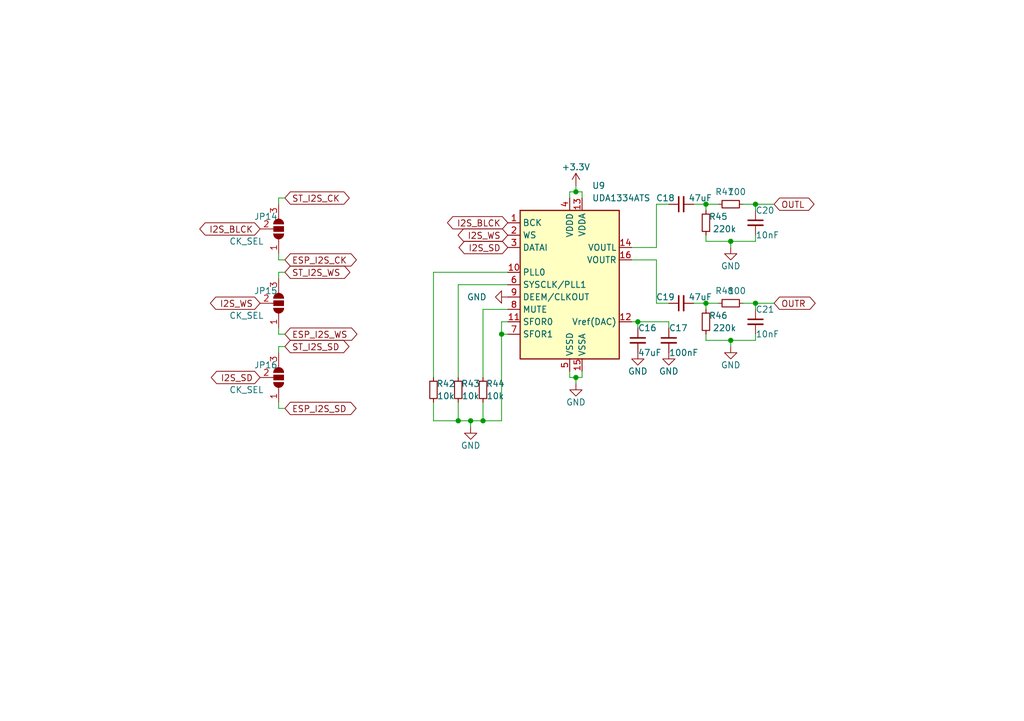
<source format=kicad_sch>
(kicad_sch (version 20211123) (generator eeschema)
  (paper "A5")
  (lib_symbols
    (symbol "Audio:UDA1334ATS"
      (property "Reference" "U" (at -10.16 16.51 0))
      (property "Value" "UDA1334ATS" (at 3.81 16.51 0))
      (symbol "UDA1334ATS_0_1"
        (rectangle (start -10.16 15.24) (end 10.16 -15.24) (stroke (width 0.254)) (fill (type background)))
      )
      (symbol "UDA1334ATS_1_1"
        (pin input line (at -12.7 12.7 0) (length 2.54) (name "BCK") (number "1"))
        (pin input line (at -12.7 2.54 0) (length 2.54) (name "PLL0") (number "10"))
        (pin input line (at -12.7 -7.62 0) (length 2.54) (name "SFOR0") (number "11"))
        (pin passive line (at 12.7 -7.62 180) (length 2.54) (name "Vref(DAC)") (number "12"))
        (pin power_in line (at 2.54 17.78 270) (length 2.54) (name "VDDA") (number "13"))
        (pin output line (at 12.7 7.62 180) (length 2.54) (name "VOUTL") (number "14"))
        (pin power_in line (at 2.54 -17.78 90) (length 2.54) (name "VSSA") (number "15"))
        (pin output line (at 12.7 5.08 180) (length 2.54) (name "VOUTR") (number "16"))
        (pin input line (at -12.7 10.16 0) (length 2.54) (name "WS") (number "2"))
        (pin input line (at -12.7 7.62 0) (length 2.54) (name "DATAI") (number "3"))
        (pin power_in line (at 0 17.78 270) (length 2.54) (name "VDDD") (number "4"))
        (pin power_in line (at 0 -17.78 90) (length 2.54) (name "VSSD") (number "5"))
        (pin input line (at -12.7 0 0) (length 2.54) (name "SYSCLK/PLL1") (number "6"))
        (pin input line (at -12.7 -10.16 0) (length 2.54) (name "SFOR1") (number "7"))
        (pin input line (at -12.7 -5.08 0) (length 2.54) (name "MUTE") (number "8"))
        (pin bidirectional line (at -12.7 -2.54 0) (length 2.54) (name "DEEM/CLKOUT") (number "9"))
      )
    )
    (symbol "Device:C_Small" (pin_numbers hide) (pin_names (offset 0.254) hide)
      (property "Reference" "C" (at 0.254 1.778 0))
      (property "Value" "C_Small" (at 0.254 -2.032 0))
      (symbol "C_Small_0_1"
        (polyline (pts (xy -1.524 -0.508) (xy 1.524 -0.508)) (stroke (width 0.3302)))
        (polyline (pts (xy -1.524 0.508) (xy 1.524 0.508)) (stroke (width 0.3048)))
      )
      (symbol "C_Small_1_1"
        (pin passive line (at 0 2.54 270) (length 2.032) (name "~") (number "1"))
        (pin passive line (at 0 -2.54 90) (length 2.032) (name "~") (number "2"))
      )
    )
    (symbol "Device:R_Small" (pin_numbers hide) (pin_names (offset 0.254) hide)
      (property "Reference" "R" (at 0.762 0.508 0))
      (property "Value" "R_Small" (at 0.762 -1.016 0))
      (symbol "R_Small_0_1"
        (rectangle (start -0.762 1.778) (end 0.762 -1.778) (stroke (width 0.2032)))
      )
      (symbol "R_Small_1_1"
        (pin passive line (at 0 2.54 270) (length 0.762) (name "~") (number "1"))
        (pin passive line (at 0 -2.54 90) (length 0.762) (name "~") (number "2"))
      )
    )
    (symbol "Jumper:SolderJumper_3_Open" (pin_names (offset 0) hide)
      (property "Reference" "JP" (at -2.54 -2.54 0))
      (property "Value" "SolderJumper_3_Open" (at 0 2.794 0))
      (symbol "SolderJumper_3_Open_0_1"
        (arc (start -1.016 1.016) (mid -2.032 0) (end -1.016 -1.016))
        (arc (start -1.016 1.016) (mid -2.032 0) (end -1.016 -1.016) (fill (type outline)))
        (rectangle (start -0.508 1.016) (end 0.508 -1.016) (fill (type outline)))
        (polyline (pts (xy -2.54 0) (xy -2.032 0)))
        (polyline (pts (xy -1.016 1.016) (xy -1.016 -1.016)))
        (polyline (pts (xy 0 -1.27) (xy 0 -1.016)))
        (polyline (pts (xy 1.016 1.016) (xy 1.016 -1.016)))
        (polyline (pts (xy 2.54 0) (xy 2.032 0)))
        (arc (start 1.016 -1.016) (mid 2.032 0) (end 1.016 1.016))
        (arc (start 1.016 -1.016) (mid 2.032 0) (end 1.016 1.016) (fill (type outline)))
      )
      (symbol "SolderJumper_3_Open_1_1"
        (pin passive line (at -5.08 0 0) (length 2.54) (name "A") (number "1"))
        (pin passive line (at 0 -3.81 90) (length 2.54) (name "C") (number "2"))
        (pin passive line (at 5.08 0 180) (length 2.54) (name "B") (number "3"))
      )
    )
    (symbol "power:+3.3V" (power) (pin_names (offset 0))
      (property "Value" "+3.3V" (at 0 3.556 0))
      (symbol "+3.3V_0_1"
        (polyline (pts (xy -0.762 1.27) (xy 0 2.54)))
        (polyline (pts (xy 0 0) (xy 0 2.54)))
        (polyline (pts (xy 0 2.54) (xy 0.762 1.27)))
      )
      (symbol "+3.3V_1_1"
        (pin power_in line (at 0 0 90) (length 0) hide (name "+3.3V") (number "1"))
      )
    )
    (symbol "power:GND" (power) (pin_names (offset 0))
      (property "Value" "GND" (at 0 -3.81 0))
      (symbol "GND_0_1"
        (polyline (pts (xy 0 0) (xy 0 -1.27) (xy 1.27 -1.27) (xy 0 -2.54) (xy -1.27 -1.27) (xy 0 -1.27)))
      )
      (symbol "GND_1_1"
        (pin power_in line (at 0 0 270) (length 0) hide (name "GND") (number "1"))
      )
    )
  )
  (junction (at 96.52 86.36))
  (junction (at 154.94 62.23))
  (junction (at 93.98 86.36))
  (junction (at 149.86 69.85))
  (junction (at 118.11 77.47))
  (junction (at 102.87 68.58))
  (junction (at 118.11 39.37))
  (junction (at 144.78 41.91))
  (junction (at 154.94 41.91))
  (junction (at 99.06 86.36))
  (junction (at 149.86 49.53))
  (junction (at 144.78 62.23))
  (junction (at 130.81 66.04))
  (wire (pts (xy 118.11 77.47) (xy 118.11 78.74)))
  (wire (pts (xy 130.81 66.04) (xy 129.54 66.04)))
  (wire (pts (xy 57.15 55.88) (xy 57.15 57.15)))
  (wire (pts (xy 152.4 62.23) (xy 154.94 62.23)))
  (wire (pts (xy 154.94 41.91) (xy 154.94 43.18)))
  (wire (pts (xy 129.54 50.8) (xy 134.62 50.8)))
  (wire (pts (xy 152.4 41.91) (xy 154.94 41.91)))
  (wire (pts (xy 137.16 41.91) (xy 134.62 41.91)))
  (wire (pts (xy 144.78 48.26) (xy 144.78 49.53)))
  (wire (pts (xy 154.94 49.53) (xy 154.94 48.26)))
  (wire (pts (xy 102.87 68.58) (xy 102.87 66.04)))
  (wire (pts (xy 129.54 53.34) (xy 134.62 53.34)))
  (wire (pts (xy 93.98 77.47) (xy 93.98 58.42)))
  (wire (pts (xy 116.84 39.37) (xy 118.11 39.37)))
  (wire (pts (xy 104.14 68.58) (xy 102.87 68.58)))
  (wire (pts (xy 154.94 41.91) (xy 158.75 41.91)))
  (wire (pts (xy 130.81 67.31) (xy 130.81 66.04)))
  (wire (pts (xy 144.78 63.5) (xy 144.78 62.23)))
  (wire (pts (xy 134.62 41.91) (xy 134.62 50.8)))
  (wire (pts (xy 102.87 66.04) (xy 104.14 66.04)))
  (wire (pts (xy 144.78 62.23) (xy 142.24 62.23)))
  (wire (pts (xy 149.86 69.85) (xy 149.86 71.12)))
  (wire (pts (xy 118.11 39.37) (xy 119.38 39.37)))
  (wire (pts (xy 99.06 82.55) (xy 99.06 86.36)))
  (wire (pts (xy 57.15 83.82) (xy 57.15 82.55)))
  (wire (pts (xy 116.84 40.64) (xy 116.84 39.37)))
  (wire (pts (xy 57.15 68.58) (xy 57.15 67.31)))
  (wire (pts (xy 88.9 82.55) (xy 88.9 86.36)))
  (wire (pts (xy 57.15 40.64) (xy 58.42 40.64)))
  (wire (pts (xy 116.84 76.2) (xy 116.84 77.47)))
  (wire (pts (xy 118.11 38.1) (xy 118.11 39.37)))
  (wire (pts (xy 154.94 62.23) (xy 154.94 63.5)))
  (wire (pts (xy 119.38 39.37) (xy 119.38 40.64)))
  (wire (pts (xy 58.42 83.82) (xy 57.15 83.82)))
  (wire (pts (xy 144.78 41.91) (xy 142.24 41.91)))
  (wire (pts (xy 144.78 43.18) (xy 144.78 41.91)))
  (wire (pts (xy 144.78 62.23) (xy 147.32 62.23)))
  (wire (pts (xy 93.98 58.42) (xy 104.14 58.42)))
  (wire (pts (xy 102.87 68.58) (xy 102.87 86.36)))
  (wire (pts (xy 96.52 86.36) (xy 99.06 86.36)))
  (wire (pts (xy 118.11 77.47) (xy 119.38 77.47)))
  (wire (pts (xy 96.52 86.36) (xy 96.52 87.63)))
  (wire (pts (xy 99.06 63.5) (xy 104.14 63.5)))
  (wire (pts (xy 99.06 86.36) (xy 102.87 86.36)))
  (wire (pts (xy 154.94 69.85) (xy 154.94 68.58)))
  (wire (pts (xy 149.86 69.85) (xy 154.94 69.85)))
  (wire (pts (xy 88.9 86.36) (xy 93.98 86.36)))
  (wire (pts (xy 154.94 62.23) (xy 158.75 62.23)))
  (wire (pts (xy 58.42 55.88) (xy 57.15 55.88)))
  (wire (pts (xy 58.42 53.34) (xy 57.15 53.34)))
  (wire (pts (xy 57.15 53.34) (xy 57.15 52.07)))
  (wire (pts (xy 88.9 55.88) (xy 104.14 55.88)))
  (wire (pts (xy 137.16 66.04) (xy 130.81 66.04)))
  (wire (pts (xy 93.98 86.36) (xy 96.52 86.36)))
  (wire (pts (xy 116.84 77.47) (xy 118.11 77.47)))
  (wire (pts (xy 88.9 77.47) (xy 88.9 55.88)))
  (wire (pts (xy 58.42 68.58) (xy 57.15 68.58)))
  (wire (pts (xy 57.15 41.91) (xy 57.15 40.64)))
  (wire (pts (xy 58.42 71.12) (xy 57.15 71.12)))
  (wire (pts (xy 144.78 49.53) (xy 149.86 49.53)))
  (wire (pts (xy 99.06 77.47) (xy 99.06 63.5)))
  (wire (pts (xy 137.16 62.23) (xy 134.62 62.23)))
  (wire (pts (xy 144.78 68.58) (xy 144.78 69.85)))
  (wire (pts (xy 134.62 62.23) (xy 134.62 53.34)))
  (wire (pts (xy 149.86 49.53) (xy 149.86 50.8)))
  (wire (pts (xy 144.78 41.91) (xy 147.32 41.91)))
  (wire (pts (xy 149.86 49.53) (xy 154.94 49.53)))
  (wire (pts (xy 144.78 69.85) (xy 149.86 69.85)))
  (wire (pts (xy 93.98 82.55) (xy 93.98 86.36)))
  (wire (pts (xy 137.16 67.31) (xy 137.16 66.04)))
  (wire (pts (xy 57.15 71.12) (xy 57.15 72.39)))
  (wire (pts (xy 119.38 77.47) (xy 119.38 76.2)))
  (global_label "ESP_I2S_CK" (shape bidirectional) (at 58.42 53.34 0) (property "Intersheet References" "${INTERSHEET_REFS}" (effects hide)))
  (global_label "OUTR" (shape bidirectional) (at 158.75 62.23 0) (property "Intersheet References" "${INTERSHEET_REFS}" (effects hide)))
  (global_label "OUTL" (shape bidirectional) (at 158.75 41.91 0) (property "Intersheet References" "${INTERSHEET_REFS}" (effects hide)))
  (global_label "I2S_BLCK" (shape bidirectional) (at 104.14 45.72 180) (property "Intersheet References" "${INTERSHEET_REFS}" (effects hide)))
  (global_label "I2S_SD" (shape bidirectional) (at 104.14 50.8 180) (property "Intersheet References" "${INTERSHEET_REFS}" (effects hide)))
  (global_label "I2S_SD" (shape bidirectional) (at 53.34 77.47 180) (property "Intersheet References" "${INTERSHEET_REFS}" (effects hide)))
  (global_label "ESP_I2S_SD" (shape bidirectional) (at 58.42 83.82 0) (property "Intersheet References" "${INTERSHEET_REFS}" (effects hide)))
  (global_label "ST_I2S_CK" (shape bidirectional) (at 58.42 40.64 0) (property "Intersheet References" "${INTERSHEET_REFS}" (effects hide)))
  (global_label "ST_I2S_WS" (shape bidirectional) (at 58.42 55.88 0) (property "Intersheet References" "${INTERSHEET_REFS}" (effects hide)))
  (global_label "I2S_BLCK" (shape bidirectional) (at 53.34 46.99 180) (property "Intersheet References" "${INTERSHEET_REFS}" (effects hide)))
  (global_label "I2S_WS" (shape bidirectional) (at 53.34 62.23 180) (property "Intersheet References" "${INTERSHEET_REFS}" (effects hide)))
  (global_label "ESP_I2S_WS" (shape bidirectional) (at 58.42 68.58 0) (property "Intersheet References" "${INTERSHEET_REFS}" (effects hide)))
  (global_label "ST_I2S_SD" (shape bidirectional) (at 58.42 71.12 0) (property "Intersheet References" "${INTERSHEET_REFS}" (effects hide)))
  (global_label "I2S_WS" (shape bidirectional) (at 104.14 48.26 180) (property "Intersheet References" "${INTERSHEET_REFS}" (effects hide)))
  (symbol (lib_id "Device:R_Small") (at 144.78 45.72 0) (unit 1)
    (property "Reference" "R45" (at 147.32 44.45 0))
    (property "Value" "220k" (at 148.59 46.99 0))
    (property "Footprint" "Resistor_SMD:R_0603_1608Metric" (effects hide))
  )
  (symbol (lib_id "power:GND") (at 149.86 50.8 0) (unit 1)
    (property "Reference" "#PWR082" (effects hide))
    (property "Value" "GND" (at 149.86 54.61 0))
  )
  (symbol (lib_id "power:GND") (at 96.52 87.63 0) (unit 1)
    (property "Reference" "#PWR076" (effects hide))
    (property "Value" "GND" (at 96.52 91.44 0))
  )
  (symbol (lib_id "Device:C_Small") (at 154.94 45.72 0) (unit 1)
    (property "Reference" "C20" (at 154.94 43.18 0) (effects (justify left)))
    (property "Value" "10nF" (at 154.94 48.26 0) (effects (justify left)))
    (property "Footprint" "Capacitor_SMD:C_0603_1608Metric" (effects hide))
  )
  (symbol (lib_id "Device:R_Small") (at 149.86 62.23 90) (unit 1)
    (property "Reference" "R48" (at 148.59 59.69 90))
    (property "Value" "100" (at 151.13 59.69 90))
    (property "Footprint" "Resistor_SMD:R_0603_1608Metric" (effects hide))
  )
  (symbol (lib_id "power:GND") (at 137.16 72.39 0) (unit 1)
    (property "Reference" "#PWR081" (effects hide))
    (property "Value" "GND" (at 137.16 76.2 0))
  )
  (symbol (lib_id "Device:C_Small") (at 139.7 62.23 90) (unit 1)
    (property "Reference" "C19" (at 138.43 60.96 90) (effects (justify left)))
    (property "Value" "47uF" (at 146.05 60.96 90) (effects (justify left)))
    (property "Footprint" "Capacitor_SMD:C_1210_3225Metric" (effects hide))
  )
  (symbol (lib_id "Device:R_Small") (at 93.98 80.01 0) (unit 1)
    (property "Reference" "R43" (at 96.52 78.74 0))
    (property "Value" "10k" (at 96.52 81.28 0))
    (property "Footprint" "Resistor_SMD:R_0603_1608Metric" (effects hide))
  )
  (symbol (lib_id "power:GND") (at 149.86 71.12 0) (unit 1)
    (property "Reference" "#PWR083" (effects hide))
    (property "Value" "GND" (at 149.86 74.93 0))
  )
  (symbol (lib_id "power:GND") (at 104.14 60.96 270) (unit 1)
    (property "Reference" "#PWR077" (effects hide))
    (property "Value" "GND" (at 97.79 60.96 90))
  )
  (symbol (lib_id "Jumper:SolderJumper_3_Open") (at 57.15 46.99 270) (mirror x) (unit 1)
    (property "Reference" "JP14" (at 52.07 44.45 90) (effects (justify left)))
    (property "Value" "CK_SEL" (at 46.99 49.53 90) (effects (justify left)))
    (property "Footprint" "Jumper:SolderJumper-3_P1.3mm_Open_RoundedPad1.0x1.5mm" (effects hide))
  )
  (symbol (lib_id "Device:C_Small") (at 154.94 66.04 0) (unit 1)
    (property "Reference" "C21" (at 154.94 63.5 0) (effects (justify left)))
    (property "Value" "10nF" (at 154.94 68.58 0) (effects (justify left)))
    (property "Footprint" "Capacitor_SMD:C_0603_1608Metric" (effects hide))
  )
  (symbol (lib_id "Device:C_Small") (at 137.16 69.85 0) (unit 1)
    (property "Reference" "C17" (at 137.16 67.31 0) (effects (justify left)))
    (property "Value" "100nF" (at 137.16 72.39 0) (effects (justify left)))
    (property "Footprint" "Capacitor_SMD:C_0603_1608Metric" (effects hide))
  )
  (symbol (lib_id "Audio:UDA1334ATS") (at 116.84 58.42 0) (unit 1)
    (property "Reference" "U9" (at 121.3994 38.1 0) (effects (justify left)))
    (property "Value" "UDA1334ATS" (at 121.3994 40.64 0) (effects (justify left)))
    (property "Footprint" "Package_SO:SSOP-16_4.4x5.2mm_P0.65mm" (effects hide))
    (property "Datasheet" "http://www.nxp.com/docs/en/data-sheet/UDA1334ATS.pdf" (effects hide))
  )
  (symbol (lib_id "power:+3.3V") (at 118.11 38.1 0) (unit 1)
    (property "Reference" "#PWR078" (effects hide))
    (property "Value" "+3.3V" (at 118.11 34.29 0))
  )
  (symbol (lib_id "Jumper:SolderJumper_3_Open") (at 57.15 62.23 270) (mirror x) (unit 1)
    (property "Reference" "JP15" (at 52.07 59.69 90) (effects (justify left)))
    (property "Value" "CK_SEL" (at 46.99 64.77 90) (effects (justify left)))
    (property "Footprint" "Jumper:SolderJumper-3_P1.3mm_Open_RoundedPad1.0x1.5mm" (effects hide))
  )
  (symbol (lib_id "Device:R_Small") (at 149.86 41.91 90) (unit 1)
    (property "Reference" "R47" (at 148.59 39.37 90))
    (property "Value" "100" (at 151.13 39.37 90))
    (property "Footprint" "Resistor_SMD:R_0603_1608Metric" (effects hide))
  )
  (symbol (lib_id "Device:C_Small") (at 130.81 69.85 0) (unit 1)
    (property "Reference" "C16" (at 130.81 67.31 0) (effects (justify left)))
    (property "Value" "47uF" (at 130.81 72.39 0) (effects (justify left)))
    (property "Footprint" "Capacitor_SMD:C_1210_3225Metric" (effects hide))
  )
  (symbol (lib_id "Device:R_Small") (at 144.78 66.04 0) (unit 1)
    (property "Reference" "R46" (at 147.32 64.77 0))
    (property "Value" "220k" (at 148.59 67.31 0))
    (property "Footprint" "Resistor_SMD:R_0603_1608Metric" (effects hide))
  )
  (symbol (lib_id "power:GND") (at 130.81 72.39 0) (unit 1)
    (property "Reference" "#PWR080" (effects hide))
    (property "Value" "GND" (at 130.81 76.2 0))
  )
  (symbol (lib_id "Jumper:SolderJumper_3_Open") (at 57.15 77.47 270) (mirror x) (unit 1)
    (property "Reference" "JP16" (at 52.07 74.93 90) (effects (justify left)))
    (property "Value" "CK_SEL" (at 46.99 80.01 90) (effects (justify left)))
    (property "Footprint" "Jumper:SolderJumper-3_P1.3mm_Open_RoundedPad1.0x1.5mm" (effects hide))
  )
  (symbol (lib_id "Device:R_Small") (at 88.9 80.01 0) (unit 1)
    (property "Reference" "R42" (at 91.44 78.74 0))
    (property "Value" "10k" (at 91.44 81.28 0))
    (property "Footprint" "Resistor_SMD:R_0603_1608Metric" (effects hide))
  )
  (symbol (lib_id "Device:R_Small") (at 99.06 80.01 0) (unit 1)
    (property "Reference" "R44" (at 101.6 78.74 0))
    (property "Value" "10k" (at 101.6 81.28 0))
    (property "Footprint" "Resistor_SMD:R_0603_1608Metric" (effects hide))
  )
  (symbol (lib_id "Device:C_Small") (at 139.7 41.91 90) (unit 1)
    (property "Reference" "C18" (at 138.43 40.64 90) (effects (justify left)))
    (property "Value" "47uF" (at 146.05 40.64 90) (effects (justify left)))
    (property "Footprint" "Capacitor_SMD:C_1210_3225Metric" (effects hide))
  )
  (symbol (lib_id "power:GND") (at 118.11 78.74 0) (unit 1)
    (property "Reference" "#PWR079" (effects hide))
    (property "Value" "GND" (at 118.11 82.55 0))
  )
)
</source>
